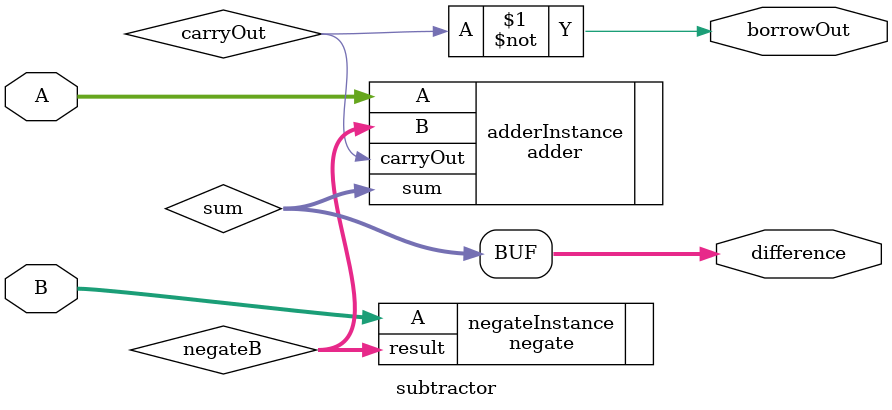
<source format=v>
/* Representation of a Subtractor using the 32-bit Carry Look-Ahead Adder in Verilog HDL. */
module subtractor (
    // Subtractor Inputs
    input wire [31:0] A,
    input wire [31:0] B,
    
    // Subtractor Outputs
    output wire [31:0] difference,
    output wire borrowOut
);

// Perform Two's Complement on 'B' and store it in 'negateB'
wire [31:0] negateB;
negate negateInstance(.A(B), .result(negateB));

// Carry Look-Ahead Adder Outputs
wire [31:0] sum;
wire carryOut;

// Use the Carry Look-Ahead Adder to compute A - B
adder adderInstance(.A(A), .B(negateB), .sum(sum), .carryOut(carryOut));

// Output 'difference' and 'borrowOut'
assign difference = sum;
assign borrowOut = ~carryOut;

endmodule // subtractor end.
</source>
